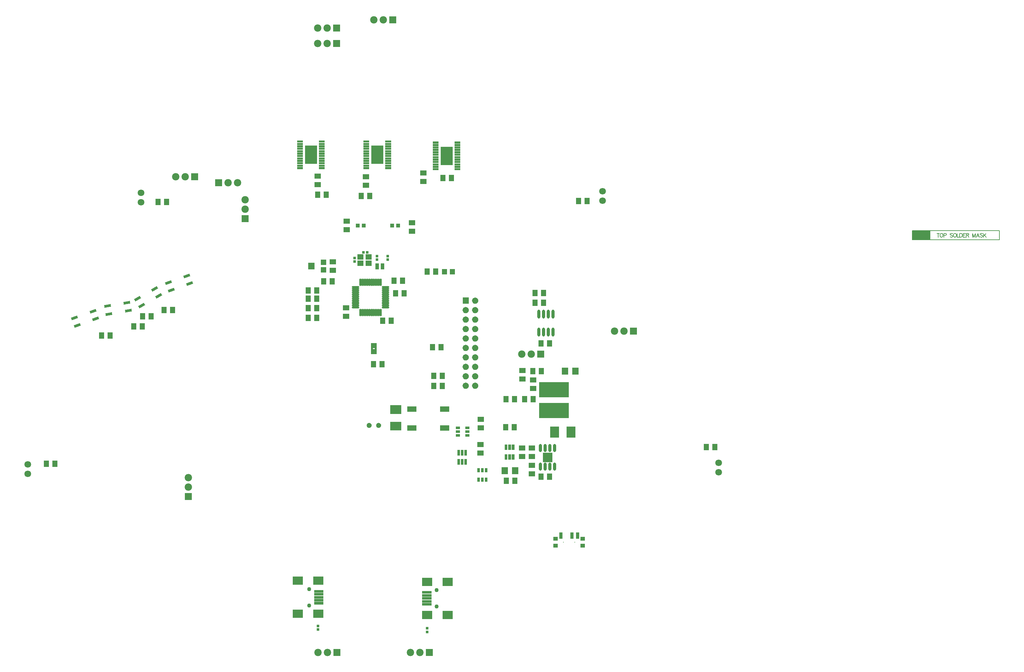
<source format=gts>
G04 Layer_Color=8388736*
%FSLAX44Y44*%
%MOMM*%
G71*
G01*
G75*
%ADD53C,0.1270*%
%ADD54R,4.8260X2.4130*%
%ADD81R,1.4732X1.7272*%
%ADD82R,1.7272X1.4732*%
%ADD83R,1.7272X1.9812*%
%ADD84R,0.7032X0.8032*%
%ADD85R,0.8032X0.7032*%
%ADD86R,1.0800X1.1300*%
G04:AMPARAMS|DCode=87|XSize=1.7532mm|YSize=0.7032mm|CornerRadius=0mm|HoleSize=0mm|Usage=FLASHONLY|Rotation=190.000|XOffset=0mm|YOffset=0mm|HoleType=Round|Shape=Rectangle|*
%AMROTATEDRECTD87*
4,1,4,0.8022,0.4985,0.9243,-0.1940,-0.8022,-0.4985,-0.9243,0.1940,0.8022,0.4985,0.0*
%
%ADD87ROTATEDRECTD87*%

G04:AMPARAMS|DCode=88|XSize=1.7532mm|YSize=0.7032mm|CornerRadius=0mm|HoleSize=0mm|Usage=FLASHONLY|Rotation=210.000|XOffset=0mm|YOffset=0mm|HoleType=Round|Shape=Rectangle|*
%AMROTATEDRECTD88*
4,1,4,0.5834,0.7428,0.9350,0.1338,-0.5834,-0.7428,-0.9350,-0.1338,0.5834,0.7428,0.0*
%
%ADD88ROTATEDRECTD88*%

G04:AMPARAMS|DCode=89|XSize=1.7532mm|YSize=0.7032mm|CornerRadius=0mm|HoleSize=0mm|Usage=FLASHONLY|Rotation=200.000|XOffset=0mm|YOffset=0mm|HoleType=Round|Shape=Rectangle|*
%AMROTATEDRECTD89*
4,1,4,0.7035,0.6302,0.9440,-0.0306,-0.7035,-0.6302,-0.9440,0.0306,0.7035,0.6302,0.0*
%
%ADD89ROTATEDRECTD89*%

%ADD90R,3.2032X5.0032*%
%ADD91R,7.9532X4.1532*%
%ADD92O,0.8032X2.2032*%
%ADD93R,2.5032X2.5032*%
%ADD94R,0.7532X1.5032*%
%ADD95R,1.2032X1.0032*%
%ADD96R,0.9032X1.7032*%
%ADD97O,0.8032X2.4032*%
%ADD98O,2.0032X0.5032*%
%ADD99O,0.5032X2.0032*%
%ADD100C,1.9812*%
%ADD101R,1.9812X1.9812*%
%ADD102R,1.9812X1.9812*%
%ADD103C,1.8032*%
%ADD104C,1.1032*%
%ADD105C,0.2032*%
G36*
X1761184Y1513151D02*
X1763219Y1512308D01*
X1764967Y1510967D01*
X1766308Y1509219D01*
X1767151Y1507184D01*
X1767438Y1505000D01*
X1767151Y1502816D01*
X1766308Y1500781D01*
X1764967Y1499033D01*
X1763219Y1497692D01*
X1761184Y1496849D01*
X1759000Y1496562D01*
X1756816Y1496849D01*
X1754781Y1497692D01*
X1753033Y1499033D01*
X1751692Y1500781D01*
X1750849Y1502816D01*
X1750562Y1505000D01*
X1750849Y1507184D01*
X1751692Y1509219D01*
X1753033Y1510967D01*
X1754781Y1512308D01*
X1756816Y1513151D01*
X1759000Y1513438D01*
X1761184Y1513151D01*
D02*
G37*
G36*
X1735784Y1538551D02*
X1737819Y1537708D01*
X1739567Y1536367D01*
X1740908Y1534619D01*
X1741751Y1532584D01*
X1742038Y1530400D01*
X1741751Y1528216D01*
X1740908Y1526181D01*
X1739567Y1524433D01*
X1737819Y1523092D01*
X1735784Y1522249D01*
X1733600Y1521962D01*
X1731416Y1522249D01*
X1729381Y1523092D01*
X1727633Y1524433D01*
X1726292Y1526181D01*
X1725449Y1528216D01*
X1725162Y1530400D01*
X1725449Y1532584D01*
X1726292Y1534619D01*
X1727633Y1536367D01*
X1729381Y1537708D01*
X1731416Y1538551D01*
X1733600Y1538838D01*
X1735784Y1538551D01*
D02*
G37*
G36*
X1761184Y1487751D02*
X1763219Y1486908D01*
X1764967Y1485567D01*
X1766308Y1483819D01*
X1767151Y1481784D01*
X1767438Y1479600D01*
X1767151Y1477416D01*
X1766308Y1475381D01*
X1764967Y1473633D01*
X1763219Y1472292D01*
X1761184Y1471449D01*
X1759000Y1471162D01*
X1756816Y1471449D01*
X1754781Y1472292D01*
X1753033Y1473633D01*
X1751692Y1475381D01*
X1750849Y1477416D01*
X1750562Y1479600D01*
X1750849Y1481784D01*
X1751692Y1483819D01*
X1753033Y1485567D01*
X1754781Y1486908D01*
X1756816Y1487751D01*
X1759000Y1488038D01*
X1761184Y1487751D01*
D02*
G37*
G36*
X1735784Y1513151D02*
X1737819Y1512308D01*
X1739567Y1510967D01*
X1740908Y1509219D01*
X1741751Y1507184D01*
X1742038Y1505000D01*
X1741751Y1502816D01*
X1740908Y1500781D01*
X1739567Y1499033D01*
X1737819Y1497692D01*
X1735784Y1496849D01*
X1733600Y1496562D01*
X1731416Y1496849D01*
X1729381Y1497692D01*
X1727633Y1499033D01*
X1726292Y1500781D01*
X1725449Y1502816D01*
X1725162Y1505000D01*
X1725449Y1507184D01*
X1726292Y1509219D01*
X1727633Y1510967D01*
X1729381Y1512308D01*
X1731416Y1513151D01*
X1733600Y1513438D01*
X1735784Y1513151D01*
D02*
G37*
G36*
X1761184Y1538551D02*
X1763219Y1537708D01*
X1764967Y1536367D01*
X1766308Y1534619D01*
X1767151Y1532584D01*
X1767438Y1530400D01*
X1767151Y1528216D01*
X1766308Y1526181D01*
X1764967Y1524433D01*
X1763219Y1523092D01*
X1761184Y1522249D01*
X1759000Y1521962D01*
X1756816Y1522249D01*
X1754781Y1523092D01*
X1753033Y1524433D01*
X1751692Y1526181D01*
X1750849Y1528216D01*
X1750562Y1530400D01*
X1750849Y1532584D01*
X1751692Y1534619D01*
X1753033Y1536367D01*
X1754781Y1537708D01*
X1756816Y1538551D01*
X1759000Y1538838D01*
X1761184Y1538551D01*
D02*
G37*
G36*
X1494500Y1577200D02*
Y1564200D01*
X1479500D01*
Y1577200D01*
Y1593800D01*
X1494500D01*
Y1577200D01*
D02*
G37*
G36*
X1735784Y1589351D02*
X1737819Y1588508D01*
X1739567Y1587167D01*
X1740908Y1585419D01*
X1741751Y1583384D01*
X1742038Y1581200D01*
X1741751Y1579016D01*
X1740908Y1576981D01*
X1739567Y1575233D01*
X1737819Y1573892D01*
X1735784Y1573049D01*
X1733600Y1572762D01*
X1731416Y1573049D01*
X1729381Y1573892D01*
X1727633Y1575233D01*
X1726292Y1576981D01*
X1725449Y1579016D01*
X1725162Y1581200D01*
X1725449Y1583384D01*
X1726292Y1585419D01*
X1727633Y1587167D01*
X1729381Y1588508D01*
X1731416Y1589351D01*
X1733600Y1589638D01*
X1735784Y1589351D01*
D02*
G37*
G36*
Y1563951D02*
X1737819Y1563108D01*
X1739567Y1561767D01*
X1740908Y1560019D01*
X1741751Y1557984D01*
X1742038Y1555800D01*
X1741751Y1553616D01*
X1740908Y1551581D01*
X1739567Y1549833D01*
X1737819Y1548492D01*
X1735784Y1547649D01*
X1733600Y1547362D01*
X1731416Y1547649D01*
X1729381Y1548492D01*
X1727633Y1549833D01*
X1726292Y1551581D01*
X1725449Y1553616D01*
X1725162Y1555800D01*
X1725449Y1557984D01*
X1726292Y1560019D01*
X1727633Y1561767D01*
X1729381Y1563108D01*
X1731416Y1563951D01*
X1733600Y1564238D01*
X1735784Y1563951D01*
D02*
G37*
G36*
X1761184D02*
X1763219Y1563108D01*
X1764967Y1561767D01*
X1766308Y1560019D01*
X1767151Y1557984D01*
X1767438Y1555800D01*
X1767151Y1553616D01*
X1766308Y1551581D01*
X1764967Y1549833D01*
X1763219Y1548492D01*
X1761184Y1547649D01*
X1759000Y1547362D01*
X1756816Y1547649D01*
X1754781Y1548492D01*
X1753033Y1549833D01*
X1751692Y1551581D01*
X1750849Y1553616D01*
X1750562Y1555800D01*
X1750849Y1557984D01*
X1751692Y1560019D01*
X1753033Y1561767D01*
X1754781Y1563108D01*
X1756816Y1563951D01*
X1759000Y1564238D01*
X1761184Y1563951D01*
D02*
G37*
G36*
X1743145Y1362620D02*
X1732255D01*
Y1369700D01*
X1743145D01*
Y1362620D01*
D02*
G37*
G36*
X1476007Y1379372D02*
X1477598Y1378713D01*
X1478964Y1377664D01*
X1480013Y1376298D01*
X1480672Y1374707D01*
X1480896Y1373000D01*
X1480672Y1371293D01*
X1480013Y1369702D01*
X1478964Y1368336D01*
X1477598Y1367287D01*
X1476007Y1366628D01*
X1474300Y1366404D01*
X1472593Y1366628D01*
X1471002Y1367287D01*
X1469636Y1368336D01*
X1468587Y1369702D01*
X1467928Y1371293D01*
X1467704Y1373000D01*
X1467928Y1374707D01*
X1468587Y1376298D01*
X1469636Y1377664D01*
X1471002Y1378713D01*
X1472593Y1379372D01*
X1474300Y1379596D01*
X1476007Y1379372D01*
D02*
G37*
G36*
X1560715Y1359105D02*
X1531285D01*
Y1382695D01*
X1560715D01*
Y1359105D01*
D02*
G37*
G36*
X1717745Y1362620D02*
X1706855D01*
Y1369700D01*
X1717745D01*
Y1362620D01*
D02*
G37*
G36*
X1501407Y1379372D02*
X1502998Y1378713D01*
X1504364Y1377664D01*
X1505413Y1376298D01*
X1506072Y1374707D01*
X1506296Y1373000D01*
X1506072Y1371293D01*
X1505413Y1369702D01*
X1504364Y1368336D01*
X1502998Y1367287D01*
X1501407Y1366628D01*
X1499700Y1366404D01*
X1497993Y1366628D01*
X1496402Y1367287D01*
X1495036Y1368336D01*
X1493987Y1369702D01*
X1493328Y1371293D01*
X1493104Y1373000D01*
X1493328Y1374707D01*
X1493987Y1376298D01*
X1495036Y1377664D01*
X1496402Y1378713D01*
X1497993Y1379372D01*
X1499700Y1379596D01*
X1501407Y1379372D01*
D02*
G37*
G36*
X1689118Y1409177D02*
X1664766D01*
Y1423623D01*
X1689118D01*
Y1409177D01*
D02*
G37*
G36*
X1735784Y1487751D02*
X1737819Y1486908D01*
X1739567Y1485567D01*
X1740908Y1483819D01*
X1741751Y1481784D01*
X1742038Y1479600D01*
X1741751Y1477416D01*
X1740908Y1475381D01*
X1739567Y1473633D01*
X1737819Y1472292D01*
X1735784Y1471449D01*
X1733600Y1471162D01*
X1731416Y1471449D01*
X1729381Y1472292D01*
X1727633Y1473633D01*
X1726292Y1475381D01*
X1725449Y1477416D01*
X1725162Y1479600D01*
X1725449Y1481784D01*
X1726292Y1483819D01*
X1727633Y1485567D01*
X1729381Y1486908D01*
X1731416Y1487751D01*
X1733600Y1488038D01*
X1735784Y1487751D01*
D02*
G37*
G36*
X1560715Y1403305D02*
X1531285D01*
Y1426895D01*
X1560715D01*
Y1403305D01*
D02*
G37*
G36*
X1601234Y1409177D02*
X1576882D01*
Y1423623D01*
X1601234D01*
Y1409177D01*
D02*
G37*
G36*
X1761184Y1589351D02*
X1763219Y1588508D01*
X1764967Y1587167D01*
X1766308Y1585419D01*
X1767151Y1583384D01*
X1767438Y1581200D01*
X1767151Y1579016D01*
X1766308Y1576981D01*
X1764967Y1575233D01*
X1763219Y1573892D01*
X1761184Y1573049D01*
X1759000Y1572762D01*
X1756816Y1573049D01*
X1754781Y1573892D01*
X1753033Y1575233D01*
X1751692Y1576981D01*
X1750849Y1579016D01*
X1750562Y1581200D01*
X1750849Y1583384D01*
X1751692Y1585419D01*
X1753033Y1587167D01*
X1754781Y1588508D01*
X1756816Y1589351D01*
X1759000Y1589638D01*
X1761184Y1589351D01*
D02*
G37*
G36*
X1704500Y1779000D02*
X1690500D01*
Y1793000D01*
X1704500D01*
Y1779000D01*
D02*
G37*
G36*
X1359000Y1784000D02*
X1345000D01*
Y1798000D01*
X1359000D01*
Y1784000D01*
D02*
G37*
G36*
X1741966Y1699834D02*
X1725234D01*
Y1716566D01*
X1741966D01*
Y1699834D01*
D02*
G37*
G36*
X1683500Y1779000D02*
X1669500D01*
Y1793000D01*
X1683500D01*
Y1779000D01*
D02*
G37*
G36*
X1328000Y1792000D02*
X1311000D01*
Y1810000D01*
X1328000D01*
Y1792000D01*
D02*
G37*
G36*
X1459000Y1801500D02*
X1443000D01*
Y1815500D01*
X1459000D01*
Y1801500D01*
D02*
G37*
G36*
X1481000D02*
X1465000D01*
Y1815500D01*
X1481000D01*
Y1801500D01*
D02*
G37*
G36*
X1500450Y1792000D02*
X1490950D01*
Y1808000D01*
X1500450D01*
Y1792000D01*
D02*
G37*
G36*
X1515050D02*
X1505550D01*
Y1808000D01*
X1515050D01*
Y1792000D01*
D02*
G37*
G36*
X1735784Y1640151D02*
X1737819Y1639308D01*
X1739567Y1637967D01*
X1740908Y1636219D01*
X1741751Y1634184D01*
X1742038Y1632000D01*
X1741751Y1629816D01*
X1740908Y1627781D01*
X1739567Y1626033D01*
X1737819Y1624692D01*
X1735784Y1623849D01*
X1733600Y1623562D01*
X1731416Y1623849D01*
X1729381Y1624692D01*
X1727633Y1626033D01*
X1726292Y1627781D01*
X1725449Y1629816D01*
X1725162Y1632000D01*
X1725449Y1634184D01*
X1726292Y1636219D01*
X1727633Y1637967D01*
X1729381Y1639308D01*
X1731416Y1640151D01*
X1733600Y1640438D01*
X1735784Y1640151D01*
D02*
G37*
G36*
X1761184D02*
X1763219Y1639308D01*
X1764967Y1637967D01*
X1766308Y1636219D01*
X1767151Y1634184D01*
X1767438Y1632000D01*
X1767151Y1629816D01*
X1766308Y1627781D01*
X1764967Y1626033D01*
X1763219Y1624692D01*
X1761184Y1623849D01*
X1759000Y1623562D01*
X1756816Y1623849D01*
X1754781Y1624692D01*
X1753033Y1626033D01*
X1751692Y1627781D01*
X1750849Y1629816D01*
X1750562Y1632000D01*
X1750849Y1634184D01*
X1751692Y1636219D01*
X1753033Y1637967D01*
X1754781Y1639308D01*
X1756816Y1640151D01*
X1759000Y1640438D01*
X1761184Y1640151D01*
D02*
G37*
G36*
X1735784Y1614751D02*
X1737819Y1613908D01*
X1739567Y1612567D01*
X1740908Y1610819D01*
X1741751Y1608784D01*
X1742038Y1606600D01*
X1741751Y1604416D01*
X1740908Y1602381D01*
X1739567Y1600633D01*
X1737819Y1599292D01*
X1735784Y1598449D01*
X1733600Y1598162D01*
X1731416Y1598449D01*
X1729381Y1599292D01*
X1727633Y1600633D01*
X1726292Y1602381D01*
X1725449Y1604416D01*
X1725162Y1606600D01*
X1725449Y1608784D01*
X1726292Y1610819D01*
X1727633Y1612567D01*
X1729381Y1613908D01*
X1731416Y1614751D01*
X1733600Y1615038D01*
X1735784Y1614751D01*
D02*
G37*
G36*
X1761184D02*
X1763219Y1613908D01*
X1764967Y1612567D01*
X1766308Y1610819D01*
X1767151Y1608784D01*
X1767438Y1606600D01*
X1767151Y1604416D01*
X1766308Y1602381D01*
X1764967Y1600633D01*
X1763219Y1599292D01*
X1761184Y1598449D01*
X1759000Y1598162D01*
X1756816Y1598449D01*
X1754781Y1599292D01*
X1753033Y1600633D01*
X1751692Y1602381D01*
X1750849Y1604416D01*
X1750562Y1606600D01*
X1750849Y1608784D01*
X1751692Y1610819D01*
X1753033Y1612567D01*
X1754781Y1613908D01*
X1756816Y1614751D01*
X1759000Y1615038D01*
X1761184Y1614751D01*
D02*
G37*
G36*
X1735784Y1665551D02*
X1737819Y1664708D01*
X1739567Y1663367D01*
X1740908Y1661619D01*
X1741751Y1659584D01*
X1742038Y1657400D01*
X1741751Y1655216D01*
X1740908Y1653181D01*
X1739567Y1651433D01*
X1737819Y1650092D01*
X1735784Y1649249D01*
X1733600Y1648962D01*
X1731416Y1649249D01*
X1729381Y1650092D01*
X1727633Y1651433D01*
X1726292Y1653181D01*
X1725449Y1655216D01*
X1725162Y1657400D01*
X1725449Y1659584D01*
X1726292Y1661619D01*
X1727633Y1663367D01*
X1729381Y1664708D01*
X1731416Y1665551D01*
X1733600Y1665838D01*
X1735784Y1665551D01*
D02*
G37*
G36*
X1761184Y1690951D02*
X1763219Y1690108D01*
X1764967Y1688767D01*
X1766308Y1687019D01*
X1767151Y1684984D01*
X1767438Y1682800D01*
X1767151Y1680616D01*
X1766308Y1678581D01*
X1764967Y1676833D01*
X1763219Y1675492D01*
X1761184Y1674649D01*
X1759000Y1674362D01*
X1756816Y1674649D01*
X1754781Y1675492D01*
X1753033Y1676833D01*
X1751692Y1678581D01*
X1750849Y1680616D01*
X1750562Y1682800D01*
X1750849Y1684984D01*
X1751692Y1687019D01*
X1753033Y1688767D01*
X1754781Y1690108D01*
X1756816Y1690951D01*
X1759000Y1691238D01*
X1761184Y1690951D01*
D02*
G37*
G36*
Y1716351D02*
X1763219Y1715508D01*
X1764967Y1714167D01*
X1766308Y1712419D01*
X1767151Y1710384D01*
X1767438Y1708200D01*
X1767151Y1706016D01*
X1766308Y1703981D01*
X1764967Y1702233D01*
X1763219Y1700892D01*
X1761184Y1700049D01*
X1759000Y1699762D01*
X1756816Y1700049D01*
X1754781Y1700892D01*
X1753033Y1702233D01*
X1751692Y1703981D01*
X1750849Y1706016D01*
X1750562Y1708200D01*
X1750849Y1710384D01*
X1751692Y1712419D01*
X1753033Y1714167D01*
X1754781Y1715508D01*
X1756816Y1716351D01*
X1759000Y1716638D01*
X1761184Y1716351D01*
D02*
G37*
G36*
Y1665551D02*
X1763219Y1664708D01*
X1764967Y1663367D01*
X1766308Y1661619D01*
X1767151Y1659584D01*
X1767438Y1657400D01*
X1767151Y1655216D01*
X1766308Y1653181D01*
X1764967Y1651433D01*
X1763219Y1650092D01*
X1761184Y1649249D01*
X1759000Y1648962D01*
X1756816Y1649249D01*
X1754781Y1650092D01*
X1753033Y1651433D01*
X1751692Y1653181D01*
X1750849Y1655216D01*
X1750562Y1657400D01*
X1750849Y1659584D01*
X1751692Y1661619D01*
X1753033Y1663367D01*
X1754781Y1664708D01*
X1756816Y1665551D01*
X1759000Y1665838D01*
X1761184Y1665551D01*
D02*
G37*
G36*
X1735784Y1690951D02*
X1737819Y1690108D01*
X1739567Y1688767D01*
X1740908Y1687019D01*
X1741751Y1684984D01*
X1742038Y1682800D01*
X1741751Y1680616D01*
X1740908Y1678581D01*
X1739567Y1676833D01*
X1737819Y1675492D01*
X1735784Y1674649D01*
X1733600Y1674362D01*
X1731416Y1674649D01*
X1729381Y1675492D01*
X1727633Y1676833D01*
X1726292Y1678581D01*
X1725449Y1680616D01*
X1725162Y1682800D01*
X1725449Y1684984D01*
X1726292Y1687019D01*
X1727633Y1688767D01*
X1729381Y1690108D01*
X1731416Y1690951D01*
X1733600Y1691238D01*
X1735784Y1690951D01*
D02*
G37*
G36*
X1689118Y1358377D02*
X1664766D01*
Y1372823D01*
X1689118D01*
Y1358377D01*
D02*
G37*
G36*
X1351500Y915500D02*
X1326500D01*
Y922500D01*
X1351500D01*
Y915500D01*
D02*
G37*
G36*
X1641500Y920500D02*
X1616500D01*
Y927500D01*
X1641500D01*
X1641500Y920500D01*
D02*
G37*
G36*
X1351500Y907500D02*
X1326500D01*
Y914500D01*
X1351500D01*
Y907500D01*
D02*
G37*
G36*
X1641500Y912500D02*
X1616500Y912500D01*
Y919500D01*
X1641500D01*
Y912500D01*
D02*
G37*
G36*
X1351500Y923500D02*
X1326500D01*
Y930500D01*
X1351500D01*
Y923500D01*
D02*
G37*
G36*
X1296500Y944500D02*
X1269500D01*
Y966500D01*
X1296500D01*
Y944500D01*
D02*
G37*
G36*
X1351500D02*
X1324500D01*
Y966500D01*
X1351500D01*
Y944500D01*
D02*
G37*
G36*
X1643500Y963500D02*
Y941500D01*
X1616500Y941500D01*
Y963500D01*
X1643500Y963500D01*
D02*
G37*
G36*
X1698500Y941500D02*
X1671500D01*
Y963500D01*
X1698500D01*
Y941500D01*
D02*
G37*
G36*
X1296500Y855500D02*
X1269500D01*
Y877500D01*
X1296500D01*
Y855500D01*
D02*
G37*
G36*
X1351500D02*
X1324500D01*
Y877500D01*
X1351500D01*
Y855500D01*
D02*
G37*
G36*
X1643500Y852500D02*
X1616500D01*
Y874500D01*
X1643500D01*
Y852500D01*
D02*
G37*
G36*
X1698500D02*
X1671500D01*
Y874500D01*
X1698500Y874500D01*
Y852500D01*
D02*
G37*
G36*
X1641500Y888500D02*
X1616500D01*
Y895500D01*
X1641500D01*
Y888500D01*
D02*
G37*
G36*
X1351500Y899500D02*
X1326500D01*
Y906500D01*
X1351500D01*
Y899500D01*
D02*
G37*
G36*
X1641500Y904500D02*
X1616500D01*
Y911500D01*
X1641500D01*
X1641500Y904500D01*
D02*
G37*
G36*
X1351500Y891500D02*
X1326500D01*
Y898500D01*
X1351500D01*
Y891500D01*
D02*
G37*
G36*
X1641500Y896500D02*
X1616500D01*
Y903500D01*
X1641500D01*
X1641500Y896500D01*
D02*
G37*
G36*
X1771380Y1221855D02*
X1764300D01*
Y1232745D01*
X1771380D01*
Y1221855D01*
D02*
G37*
G36*
X1983695Y1340285D02*
X1960105D01*
Y1369715D01*
X1983695D01*
Y1340285D01*
D02*
G37*
G36*
X2027895D02*
X2004305D01*
Y1369715D01*
X2027895D01*
Y1340285D01*
D02*
G37*
G36*
X1854794Y1306604D02*
X1847206D01*
Y1321304D01*
X1854794D01*
Y1306604D01*
D02*
G37*
G36*
X1864192D02*
X1856604D01*
Y1321304D01*
X1864192D01*
Y1306604D01*
D02*
G37*
G36*
X1717745Y1342300D02*
X1706855D01*
Y1349380D01*
X1717745D01*
Y1342300D01*
D02*
G37*
G36*
X1743145Y1352460D02*
X1732255D01*
Y1359540D01*
X1743145D01*
Y1352460D01*
D02*
G37*
G36*
X1601234Y1358377D02*
X1576882D01*
Y1372823D01*
X1601234D01*
Y1358377D01*
D02*
G37*
G36*
X1743145Y1342300D02*
X1732255D01*
Y1349380D01*
X1743145D01*
Y1342300D01*
D02*
G37*
G36*
X1717745Y1352460D02*
X1706855D01*
Y1359540D01*
X1717745D01*
Y1352460D01*
D02*
G37*
G36*
X1771380Y1247255D02*
X1764300D01*
Y1258145D01*
X1771380D01*
Y1247255D01*
D02*
G37*
G36*
X1781540D02*
X1774460D01*
Y1258145D01*
X1781540D01*
Y1247255D01*
D02*
G37*
G36*
Y1221855D02*
X1774460D01*
Y1232745D01*
X1781540D01*
Y1221855D01*
D02*
G37*
G36*
X1791700D02*
X1784620D01*
Y1232745D01*
X1791700D01*
Y1221855D01*
D02*
G37*
G36*
Y1247255D02*
X1784620D01*
Y1258145D01*
X1791700D01*
Y1247255D01*
D02*
G37*
G36*
X1864192Y1280696D02*
X1856604D01*
Y1295396D01*
X1864192D01*
Y1280696D01*
D02*
G37*
G36*
X1845396Y1306604D02*
X1837808D01*
Y1321304D01*
X1845396D01*
Y1306604D01*
D02*
G37*
G36*
Y1280696D02*
X1837808D01*
Y1295396D01*
X1845396D01*
Y1280696D01*
D02*
G37*
G36*
X1854794D02*
X1847206D01*
Y1295396D01*
X1854794D01*
Y1280696D01*
D02*
G37*
G36*
X1474500Y2107000D02*
X1459000D01*
Y2112500D01*
X1474500D01*
Y2107000D01*
D02*
G37*
G36*
X1533000D02*
X1517500D01*
Y2112500D01*
X1533000D01*
Y2107000D01*
D02*
G37*
G36*
X1296500D02*
X1281000D01*
Y2112500D01*
X1296500D01*
Y2107000D01*
D02*
G37*
G36*
X1355000D02*
X1339500D01*
Y2112500D01*
X1355000D01*
Y2107000D01*
D02*
G37*
G36*
X1660500Y2110500D02*
X1645000D01*
Y2116000D01*
X1660500D01*
Y2110500D01*
D02*
G37*
G36*
X1355000Y2113500D02*
X1339500D01*
Y2119000D01*
X1355000D01*
Y2113500D01*
D02*
G37*
G36*
X1474500D02*
X1459000D01*
Y2119000D01*
X1474500D01*
Y2113500D01*
D02*
G37*
G36*
X1719000Y2110500D02*
X1703500D01*
Y2116000D01*
X1719000D01*
Y2110500D01*
D02*
G37*
G36*
X1296500Y2113500D02*
X1281000D01*
Y2119000D01*
X1296500D01*
Y2113500D01*
D02*
G37*
G36*
X1719000Y2104000D02*
X1703500D01*
Y2109500D01*
X1719000D01*
Y2104000D01*
D02*
G37*
G36*
X1660500Y2097500D02*
X1645000D01*
Y2103000D01*
X1660500D01*
Y2097500D01*
D02*
G37*
G36*
X1719000D02*
X1703500D01*
Y2103000D01*
X1719000D01*
Y2097500D01*
D02*
G37*
G36*
X1474500Y2094000D02*
X1459000D01*
Y2099500D01*
X1474500D01*
Y2094000D01*
D02*
G37*
G36*
X1533000D02*
X1517500D01*
Y2099500D01*
X1533000D01*
Y2094000D01*
D02*
G37*
G36*
X1296500Y2100500D02*
X1281000D01*
Y2106000D01*
X1296500D01*
Y2100500D01*
D02*
G37*
G36*
X1533000D02*
X1517500D01*
Y2106000D01*
X1533000D01*
Y2100500D01*
D02*
G37*
G36*
X1660500Y2104000D02*
X1645000D01*
Y2109500D01*
X1660500D01*
Y2104000D01*
D02*
G37*
G36*
X1355000Y2100500D02*
X1339500D01*
Y2106000D01*
X1355000D01*
Y2100500D01*
D02*
G37*
G36*
X1474500D02*
X1459000D01*
Y2106000D01*
X1474500D01*
Y2100500D01*
D02*
G37*
G36*
X1533000Y2126500D02*
X1517500D01*
Y2132000D01*
X1533000D01*
Y2126500D01*
D02*
G37*
G36*
X1660500Y2130000D02*
X1645000D01*
Y2135500D01*
X1660500D01*
Y2130000D01*
D02*
G37*
G36*
X1355000Y2126500D02*
X1339500D01*
Y2132000D01*
X1355000D01*
Y2126500D01*
D02*
G37*
G36*
X1474500D02*
X1459000D01*
Y2132000D01*
X1474500D01*
Y2126500D01*
D02*
G37*
G36*
X1719000Y2130000D02*
X1703500D01*
Y2135500D01*
X1719000D01*
Y2130000D01*
D02*
G37*
G36*
X1474500Y2133000D02*
X1459000D01*
Y2138500D01*
X1474500D01*
Y2133000D01*
D02*
G37*
G36*
X1533000D02*
X1517500D01*
Y2138500D01*
X1533000D01*
Y2133000D01*
D02*
G37*
G36*
X1296500D02*
X1281000D01*
Y2138500D01*
X1296500D01*
Y2133000D01*
D02*
G37*
G36*
X1355000D02*
X1339500D01*
Y2138500D01*
X1355000D01*
Y2133000D01*
D02*
G37*
G36*
X1296500Y2126500D02*
X1281000D01*
Y2132000D01*
X1296500D01*
Y2126500D01*
D02*
G37*
G36*
X1719000Y2117000D02*
X1703500D01*
Y2122500D01*
X1719000D01*
Y2117000D01*
D02*
G37*
G36*
X1296500Y2120000D02*
X1281000D01*
Y2125500D01*
X1296500D01*
Y2120000D01*
D02*
G37*
G36*
X1533000Y2113500D02*
X1517500D01*
Y2119000D01*
X1533000D01*
Y2113500D01*
D02*
G37*
G36*
X1660500Y2117000D02*
X1645000D01*
Y2122500D01*
X1660500D01*
Y2117000D01*
D02*
G37*
G36*
X1355000Y2120000D02*
X1339500D01*
Y2125500D01*
X1355000D01*
Y2120000D01*
D02*
G37*
G36*
X1660500Y2123500D02*
X1645000D01*
Y2129000D01*
X1660500D01*
Y2123500D01*
D02*
G37*
G36*
X1719000D02*
X1703500D01*
Y2129000D01*
X1719000D01*
Y2123500D01*
D02*
G37*
G36*
X1474500Y2120000D02*
X1459000D01*
Y2125500D01*
X1474500D01*
Y2120000D01*
D02*
G37*
G36*
X1533000D02*
X1517500D01*
Y2125500D01*
X1533000D01*
Y2120000D01*
D02*
G37*
G36*
X1296500Y2068000D02*
X1281000D01*
Y2073500D01*
X1296500D01*
Y2068000D01*
D02*
G37*
G36*
X1355000D02*
X1339500D01*
Y2073500D01*
X1355000D01*
Y2068000D01*
D02*
G37*
G36*
X1660500Y2065000D02*
X1645000D01*
Y2070500D01*
X1660500D01*
Y2065000D01*
D02*
G37*
G36*
X1719000D02*
X1703500D01*
Y2070500D01*
X1719000D01*
Y2065000D01*
D02*
G37*
G36*
X1474500Y2068000D02*
X1459000D01*
Y2073500D01*
X1474500D01*
Y2068000D01*
D02*
G37*
G36*
X1719000Y2071500D02*
X1703500D01*
Y2077000D01*
X1719000D01*
Y2071500D01*
D02*
G37*
G36*
X1296500Y2074500D02*
X1281000D01*
Y2080000D01*
X1296500D01*
Y2074500D01*
D02*
G37*
G36*
X1533000Y2068000D02*
X1517500D01*
Y2073500D01*
X1533000D01*
Y2068000D01*
D02*
G37*
G36*
X1660500Y2071500D02*
X1645000D01*
Y2077000D01*
X1660500D01*
Y2071500D01*
D02*
G37*
G36*
X1481000Y1818500D02*
X1465000D01*
Y1832500D01*
X1481000D01*
Y1818500D01*
D02*
G37*
G36*
X1660500Y2058500D02*
X1645000D01*
Y2064000D01*
X1660500D01*
Y2058500D01*
D02*
G37*
G36*
X1359000Y1804000D02*
X1345000D01*
Y1818000D01*
X1359000D01*
Y1804000D01*
D02*
G37*
G36*
X1459000Y1818500D02*
X1443000D01*
Y1832500D01*
X1459000D01*
Y1818500D01*
D02*
G37*
G36*
X1719000Y2058500D02*
X1703500D01*
Y2064000D01*
X1719000D01*
Y2058500D01*
D02*
G37*
G36*
X1474500Y2061500D02*
X1459000D01*
Y2067000D01*
X1474500D01*
Y2061500D01*
D02*
G37*
G36*
X1533000D02*
X1517500D01*
Y2067000D01*
X1533000D01*
Y2061500D01*
D02*
G37*
G36*
X1296500D02*
X1281000D01*
Y2067000D01*
X1296500D01*
Y2061500D01*
D02*
G37*
G36*
X1355000D02*
X1339500D01*
Y2067000D01*
X1355000D01*
Y2061500D01*
D02*
G37*
G36*
Y2074500D02*
X1339500D01*
Y2080000D01*
X1355000D01*
Y2074500D01*
D02*
G37*
G36*
Y2087500D02*
X1339500D01*
Y2093000D01*
X1355000D01*
Y2087500D01*
D02*
G37*
G36*
X1474500D02*
X1459000D01*
Y2093000D01*
X1474500D01*
Y2087500D01*
D02*
G37*
G36*
X1719000Y2084500D02*
X1703500D01*
Y2090000D01*
X1719000D01*
Y2084500D01*
D02*
G37*
G36*
X1296500Y2087500D02*
X1281000D01*
Y2093000D01*
X1296500D01*
Y2087500D01*
D02*
G37*
G36*
X1533000D02*
X1517500D01*
Y2093000D01*
X1533000D01*
Y2087500D01*
D02*
G37*
G36*
X1296500Y2094000D02*
X1281000D01*
Y2099500D01*
X1296500D01*
Y2094000D01*
D02*
G37*
G36*
X1355000D02*
X1339500D01*
Y2099500D01*
X1355000D01*
Y2094000D01*
D02*
G37*
G36*
X1660500Y2091000D02*
X1645000D01*
Y2096500D01*
X1660500D01*
Y2091000D01*
D02*
G37*
G36*
X1719000D02*
X1703500D01*
Y2096500D01*
X1719000D01*
Y2091000D01*
D02*
G37*
G36*
X1660500Y2084500D02*
X1645000D01*
Y2090000D01*
X1660500D01*
Y2084500D01*
D02*
G37*
G36*
Y2078000D02*
X1645000D01*
Y2083500D01*
X1660500D01*
Y2078000D01*
D02*
G37*
G36*
X1719000D02*
X1703500D01*
Y2083500D01*
X1719000D01*
Y2078000D01*
D02*
G37*
G36*
X1474500Y2074500D02*
X1459000D01*
Y2080000D01*
X1474500D01*
Y2074500D01*
D02*
G37*
G36*
X1533000D02*
X1517500D01*
Y2080000D01*
X1533000D01*
Y2074500D01*
D02*
G37*
G36*
X1474500Y2081000D02*
X1459000D01*
Y2086500D01*
X1474500D01*
Y2081000D01*
D02*
G37*
G36*
X1533000D02*
X1517500D01*
Y2086500D01*
X1533000D01*
Y2081000D01*
D02*
G37*
G36*
X1296500D02*
X1281000D01*
Y2086500D01*
X1296500D01*
Y2081000D01*
D02*
G37*
G36*
X1355000D02*
X1339500D01*
Y2086500D01*
X1355000D01*
Y2081000D01*
D02*
G37*
%LPC*%
G36*
X1489500Y1580200D02*
X1484500D01*
Y1577800D01*
X1489500D01*
Y1580200D01*
D02*
G37*
%LPD*%
D53*
X2932290Y1896032D02*
X3165970D01*
Y1871902D02*
Y1896032D01*
X2932290Y1871902D02*
Y1896032D01*
Y1871902D02*
X3165970D01*
X3001716Y1888918D02*
Y1878760D01*
X2998330Y1888918D02*
X3005102D01*
X3009214D02*
X3008246Y1888434D01*
X3007279Y1887466D01*
X3006795Y1886499D01*
X3006312Y1885048D01*
Y1882629D01*
X3006795Y1881178D01*
X3007279Y1880211D01*
X3008246Y1879243D01*
X3009214Y1878760D01*
X3011149D01*
X3012116Y1879243D01*
X3013083Y1880211D01*
X3013567Y1881178D01*
X3014051Y1882629D01*
Y1885048D01*
X3013567Y1886499D01*
X3013083Y1887466D01*
X3012116Y1888434D01*
X3011149Y1888918D01*
X3009214D01*
X3016421Y1883597D02*
X3020774D01*
X3022226Y1884080D01*
X3022709Y1884564D01*
X3023193Y1885532D01*
Y1886983D01*
X3022709Y1887950D01*
X3022226Y1888434D01*
X3020774Y1888918D01*
X3016421D01*
Y1878760D01*
X3040219Y1887466D02*
X3039252Y1888434D01*
X3037801Y1888918D01*
X3035866D01*
X3034415Y1888434D01*
X3033447Y1887466D01*
Y1886499D01*
X3033931Y1885532D01*
X3034415Y1885048D01*
X3035382Y1884564D01*
X3038285Y1883597D01*
X3039252Y1883113D01*
X3039736Y1882629D01*
X3040219Y1881662D01*
Y1880211D01*
X3039252Y1879243D01*
X3037801Y1878760D01*
X3035866D01*
X3034415Y1879243D01*
X3033447Y1880211D01*
X3045395Y1888918D02*
X3044427Y1888434D01*
X3043460Y1887466D01*
X3042976Y1886499D01*
X3042493Y1885048D01*
Y1882629D01*
X3042976Y1881178D01*
X3043460Y1880211D01*
X3044427Y1879243D01*
X3045395Y1878760D01*
X3047330D01*
X3048297Y1879243D01*
X3049265Y1880211D01*
X3049748Y1881178D01*
X3050232Y1882629D01*
Y1885048D01*
X3049748Y1886499D01*
X3049265Y1887466D01*
X3048297Y1888434D01*
X3047330Y1888918D01*
X3045395D01*
X3052602D02*
Y1878760D01*
X3058407D01*
X3059519Y1888918D02*
Y1878760D01*
Y1888918D02*
X3062905D01*
X3064356Y1888434D01*
X3065323Y1887466D01*
X3065807Y1886499D01*
X3066291Y1885048D01*
Y1882629D01*
X3065807Y1881178D01*
X3065323Y1880211D01*
X3064356Y1879243D01*
X3062905Y1878760D01*
X3059519D01*
X3074853Y1888918D02*
X3068564D01*
Y1878760D01*
X3074853D01*
X3068564Y1884080D02*
X3072434D01*
X3076546Y1888918D02*
Y1878760D01*
Y1888918D02*
X3080899D01*
X3082350Y1888434D01*
X3082834Y1887950D01*
X3083318Y1886983D01*
Y1886015D01*
X3082834Y1885048D01*
X3082350Y1884564D01*
X3080899Y1884080D01*
X3076546D01*
X3079932D02*
X3083318Y1878760D01*
X3093572Y1888918D02*
Y1878760D01*
Y1888918D02*
X3097442Y1878760D01*
X3101311Y1888918D02*
X3097442Y1878760D01*
X3101311Y1888918D02*
Y1878760D01*
X3111953D02*
X3108083Y1888918D01*
X3104214Y1878760D01*
X3105665Y1882146D02*
X3110502D01*
X3121095Y1887466D02*
X3120128Y1888434D01*
X3118676Y1888918D01*
X3116742D01*
X3115291Y1888434D01*
X3114323Y1887466D01*
Y1886499D01*
X3114807Y1885532D01*
X3115291Y1885048D01*
X3116258Y1884564D01*
X3119160Y1883597D01*
X3120128Y1883113D01*
X3120611Y1882629D01*
X3121095Y1881662D01*
Y1880211D01*
X3120128Y1879243D01*
X3118676Y1878760D01*
X3116742D01*
X3115291Y1879243D01*
X3114323Y1880211D01*
X3123368Y1888918D02*
Y1878760D01*
X3130140Y1888918D02*
X3123368Y1882146D01*
X3125787Y1884564D02*
X3130140Y1878760D01*
D54*
X2956420Y1883967D02*
D03*
D81*
X778860Y1614000D02*
D03*
X756000D02*
D03*
X1865430Y1224000D02*
D03*
X1842570D02*
D03*
X1935570Y1593000D02*
D03*
X1958430D02*
D03*
X1919570Y1729000D02*
D03*
X1942430D02*
D03*
X1919140Y1702000D02*
D03*
X1942000D02*
D03*
X865430Y1639000D02*
D03*
X842570D02*
D03*
X866140Y1666000D02*
D03*
X889000D02*
D03*
X1510570Y1654000D02*
D03*
X1533430D02*
D03*
X1563860Y1762000D02*
D03*
X1541000D02*
D03*
X923570Y1683000D02*
D03*
X946430D02*
D03*
X1695430Y2038000D02*
D03*
X1672570D02*
D03*
X1475430Y1989000D02*
D03*
X1452570D02*
D03*
X1935570Y1235000D02*
D03*
X1958430D02*
D03*
X1914000Y1443000D02*
D03*
X1891140D02*
D03*
X1864430D02*
D03*
X1841570D02*
D03*
X1352570Y1760000D02*
D03*
X1375430D02*
D03*
X1840570Y1368000D02*
D03*
X1863430D02*
D03*
X1310570Y1713000D02*
D03*
X1333430D02*
D03*
X1630140Y1786000D02*
D03*
X1653000D02*
D03*
X1333430Y1735000D02*
D03*
X1310570D02*
D03*
X1667430Y1583000D02*
D03*
X1644570D02*
D03*
X1334000Y1688000D02*
D03*
X1311140D02*
D03*
X1670430Y1506000D02*
D03*
X1647570D02*
D03*
X1508430Y1537000D02*
D03*
X1485570D02*
D03*
X1670430Y1479000D02*
D03*
X1647570D02*
D03*
X1568430Y1728000D02*
D03*
X1545570D02*
D03*
X1358860Y1993000D02*
D03*
X1336000D02*
D03*
X908140Y1973000D02*
D03*
X931000D02*
D03*
X2059430Y1976000D02*
D03*
X2036570D02*
D03*
X2402430Y1315000D02*
D03*
X2379570D02*
D03*
X608140Y1270000D02*
D03*
X631000D02*
D03*
X1310570Y1662000D02*
D03*
X1333430D02*
D03*
X1913570Y1519000D02*
D03*
X1936430D02*
D03*
D82*
X1911000Y1289570D02*
D03*
Y1312430D02*
D03*
X1885000Y1289570D02*
D03*
Y1312430D02*
D03*
X1377000Y1812430D02*
D03*
Y1789570D02*
D03*
X1412000Y1688430D02*
D03*
Y1665570D02*
D03*
X1336000Y2042860D02*
D03*
Y2020000D02*
D03*
X1774000Y1389430D02*
D03*
Y1366570D02*
D03*
X1914000Y1494860D02*
D03*
Y1472000D02*
D03*
X1911000Y1265430D02*
D03*
Y1242570D02*
D03*
X1773000Y1298570D02*
D03*
Y1321430D02*
D03*
X1620000Y2028570D02*
D03*
Y2051430D02*
D03*
X1466000Y2018570D02*
D03*
Y2041430D02*
D03*
X1589000Y1917430D02*
D03*
Y1894570D02*
D03*
X1414000Y1921430D02*
D03*
Y1898570D02*
D03*
X1886000Y1520430D02*
D03*
Y1497570D02*
D03*
D83*
X1865970Y1251000D02*
D03*
X1838030D02*
D03*
X2027970Y1519000D02*
D03*
X2000030D02*
D03*
D84*
X1495000Y1818000D02*
D03*
Y1828000D02*
D03*
X1435000Y1813000D02*
D03*
Y1823000D02*
D03*
X1630000Y818000D02*
D03*
Y828000D02*
D03*
X1337000Y824000D02*
D03*
Y834000D02*
D03*
X1524000Y1818000D02*
D03*
Y1828000D02*
D03*
D85*
X1469000Y1838000D02*
D03*
X1459000D02*
D03*
D86*
X1460000Y1910000D02*
D03*
X1444000D02*
D03*
X1536000D02*
D03*
X1552000D02*
D03*
D87*
X823902Y1702625D02*
D03*
X827722Y1680960D02*
D03*
X772200Y1693509D02*
D03*
X776020Y1671843D02*
D03*
D88*
X898000Y1740000D02*
D03*
X909000Y1720948D02*
D03*
X852534Y1713750D02*
D03*
X863533Y1694698D02*
D03*
D89*
X984920Y1774760D02*
D03*
X992444Y1754086D02*
D03*
X935586Y1756803D02*
D03*
X943110Y1736130D02*
D03*
X732919Y1679759D02*
D03*
X740444Y1659086D02*
D03*
X683586Y1661803D02*
D03*
X691110Y1641130D02*
D03*
D90*
X1496000Y2100000D02*
D03*
X1318000D02*
D03*
X1682000Y2097000D02*
D03*
D91*
X1970000Y1468500D02*
D03*
Y1413000D02*
D03*
D92*
X1933950Y1262000D02*
D03*
X1946650D02*
D03*
X1959350D02*
D03*
X1972050D02*
D03*
X1933950Y1312000D02*
D03*
X1946650D02*
D03*
X1959350D02*
D03*
X1972050D02*
D03*
D93*
X1953000Y1287000D02*
D03*
D94*
X1714500Y1275000D02*
D03*
X1724000D02*
D03*
X1733500D02*
D03*
Y1299000D02*
D03*
X1724000D02*
D03*
X1714500D02*
D03*
D95*
X2047500Y1049350D02*
D03*
Y1068650D02*
D03*
X1974500D02*
D03*
Y1049350D02*
D03*
D96*
X2033500Y1076500D02*
D03*
X2018500D02*
D03*
X1988500D02*
D03*
D97*
X1929950Y1624000D02*
D03*
X1942650D02*
D03*
X1955350D02*
D03*
X1968050D02*
D03*
X1929950Y1672000D02*
D03*
X1942650D02*
D03*
X1955350D02*
D03*
X1968050D02*
D03*
D98*
X1518500Y1744500D02*
D03*
Y1739500D02*
D03*
Y1734500D02*
D03*
Y1729500D02*
D03*
Y1724500D02*
D03*
Y1719500D02*
D03*
Y1714500D02*
D03*
Y1709500D02*
D03*
Y1704500D02*
D03*
Y1699500D02*
D03*
Y1694500D02*
D03*
Y1689500D02*
D03*
X1437500D02*
D03*
Y1694500D02*
D03*
Y1699500D02*
D03*
Y1704500D02*
D03*
Y1709500D02*
D03*
Y1714500D02*
D03*
Y1719500D02*
D03*
Y1724500D02*
D03*
Y1729500D02*
D03*
Y1734500D02*
D03*
Y1739500D02*
D03*
Y1744500D02*
D03*
D99*
X1505500Y1676500D02*
D03*
X1500500D02*
D03*
X1495500D02*
D03*
X1490500D02*
D03*
X1485500D02*
D03*
X1480500D02*
D03*
X1475500D02*
D03*
X1470500D02*
D03*
X1465500D02*
D03*
X1460500D02*
D03*
X1455500D02*
D03*
X1450500D02*
D03*
Y1757500D02*
D03*
X1455500D02*
D03*
X1460500D02*
D03*
X1465500D02*
D03*
X1470500D02*
D03*
X1475500D02*
D03*
X1480500D02*
D03*
X1485500D02*
D03*
X1490500D02*
D03*
X1495500D02*
D03*
X1500500D02*
D03*
X1505500D02*
D03*
D100*
X1336600Y763000D02*
D03*
X1362000D02*
D03*
X1121000Y2025000D02*
D03*
X1095600D02*
D03*
X955200Y2041000D02*
D03*
X980600D02*
D03*
X1336000Y2441000D02*
D03*
X1361400D02*
D03*
X2132600Y1626000D02*
D03*
X2158000D02*
D03*
X1486600Y2463000D02*
D03*
X1512000D02*
D03*
X1336200Y2399000D02*
D03*
X1361600D02*
D03*
X1141000Y1979400D02*
D03*
Y1954000D02*
D03*
X989000Y1232400D02*
D03*
Y1207000D02*
D03*
X1585000Y763000D02*
D03*
X1610400D02*
D03*
X1884000Y1564000D02*
D03*
X1909400D02*
D03*
D101*
X1387400Y763000D02*
D03*
X1070200Y2025000D02*
D03*
X1006000Y2041000D02*
D03*
X1386800Y2441000D02*
D03*
X2183400Y1626000D02*
D03*
X1537400Y2463000D02*
D03*
X1387000Y2399000D02*
D03*
X1635800Y763000D02*
D03*
X1934800Y1564000D02*
D03*
D102*
X1141000Y1928600D02*
D03*
X989000Y1181600D02*
D03*
D103*
X2101000Y1976300D02*
D03*
Y2001700D02*
D03*
X558000Y1268400D02*
D03*
Y1243000D02*
D03*
X862000Y1972300D02*
D03*
Y1997700D02*
D03*
X2412000Y1272700D02*
D03*
Y1247300D02*
D03*
D104*
X1313000Y889000D02*
D03*
Y933000D02*
D03*
X1655000Y930000D02*
D03*
Y886000D02*
D03*
D105*
X2026000Y1059000D02*
D03*
X1996000D02*
D03*
M02*

</source>
